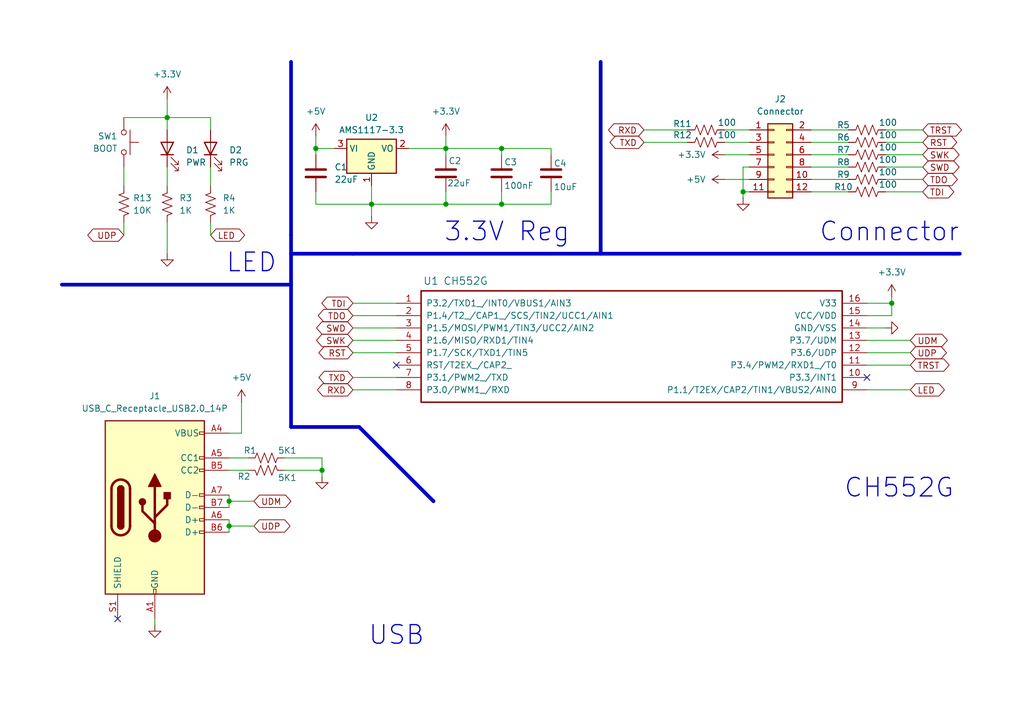
<source format=kicad_sch>
(kicad_sch (version 20231120) (generator "eeschema") (generator_version "8.0")
  (paper "A5")
  (title_block (title "Weling - WCH552 CMSIS DAP LINK") (date "2025-10-01") (rev "0") (company "Crumbs "))
  (lib_symbols
    (symbol "Connector:USB_C_Receptacle_USB2.0_14P" (pin_names (offset 1.016))
      (property "Reference" "J" (at 0 22.225 0))
      (property "Value" "USB_C_Receptacle_USB2.0_14P" (at 0 19.685 0))
      (symbol "USB_C_Receptacle_USB2.0_14P_0_0"
        (rectangle (start -0.254 -17.78) (end 0.254 -16.764))
        (rectangle (start 10.16 -4.826) (end 9.144 -5.334))
        (rectangle (start 10.16 -2.286) (end 9.144 -2.794))
        (rectangle (start 10.16 0.254) (end 9.144 -0.254))
        (rectangle (start 10.16 2.794) (end 9.144 2.286))
        (rectangle (start 10.16 7.874) (end 9.144 7.366))
        (rectangle (start 10.16 10.414) (end 9.144 9.906))
        (rectangle (start 10.16 15.494) (end 9.144 14.986))
      )
      (symbol "USB_C_Receptacle_USB2.0_14P_0_1"
        (rectangle (start -10.16 17.78) (end 10.16 -17.78) (stroke (width 0.254)) (fill (type background)))
        (arc (start -8.89 -3.81) (mid -6.985 -5.7067) (end -5.08 -3.81) (stroke (width 0.508)))
        (arc (start -7.62 -3.81) (mid -6.985 -4.4423) (end -6.35 -3.81) (stroke (width 0.254)))
        (arc (start -7.62 -3.81) (mid -6.985 -4.4423) (end -6.35 -3.81) (stroke (width 0.254)) (fill (type outline)))
        (rectangle (start -7.62 -3.81) (end -6.35 3.81) (stroke (width 0.254)) (fill (type outline)))
        (arc (start -6.35 3.81) (mid -6.985 4.4423) (end -7.62 3.81) (stroke (width 0.254)))
        (arc (start -6.35 3.81) (mid -6.985 4.4423) (end -7.62 3.81) (stroke (width 0.254)) (fill (type outline)))
        (arc (start -5.08 3.81) (mid -6.985 5.7067) (end -8.89 3.81) (stroke (width 0.508)))
        (circle (center -2.54 1.143) (radius 0.635) (stroke (width 0.254)) (fill (type outline)))
        (circle (center 0 -5.842) (radius 1.27) (fill (type outline)))
        (polyline (pts (xy -8.89 -3.81) (xy -8.89 3.81)) (stroke (width 0.508)))
        (polyline (pts (xy -5.08 3.81) (xy -5.08 -3.81)) (stroke (width 0.508)))
        (polyline (pts (xy 0 -5.842) (xy 0 4.318)) (stroke (width 0.508)))
        (polyline (pts (xy 0 -3.302) (xy -2.54 -0.762) (xy -2.54 0.508)) (stroke (width 0.508)))
        (polyline (pts (xy 0 -2.032) (xy 2.54 0.508) (xy 2.54 1.778)) (stroke (width 0.508)))
        (polyline (pts (xy -1.27 4.318) (xy 0 6.858) (xy 1.27 4.318) (xy -1.27 4.318)) (stroke (width 0.254)) (fill (type outline)))
        (rectangle (start 1.905 1.778) (end 3.175 3.048) (stroke (width 0.254)) (fill (type outline)))
      )
      (symbol "USB_C_Receptacle_USB2.0_14P_1_1"
        (pin passive line (at 0 -22.86 90) (length 5.08) (name "GND") (number "A1"))
        (pin passive line (at 0 -22.86 90) (length 5.08) hide (name "GND") (number "A12"))
        (pin passive line (at 15.24 15.24 180) (length 5.08) (name "VBUS") (number "A4"))
        (pin bidirectional line (at 15.24 10.16 180) (length 5.08) (name "CC1") (number "A5"))
        (pin bidirectional line (at 15.24 -2.54 180) (length 5.08) (name "D+") (number "A6"))
        (pin bidirectional line (at 15.24 2.54 180) (length 5.08) (name "D-") (number "A7"))
        (pin passive line (at 15.24 15.24 180) (length 5.08) hide (name "VBUS") (number "A9"))
        (pin passive line (at 0 -22.86 90) (length 5.08) hide (name "GND") (number "B1"))
        (pin passive line (at 0 -22.86 90) (length 5.08) hide (name "GND") (number "B12"))
        (pin passive line (at 15.24 15.24 180) (length 5.08) hide (name "VBUS") (number "B4"))
        (pin bidirectional line (at 15.24 7.62 180) (length 5.08) (name "CC2") (number "B5"))
        (pin bidirectional line (at 15.24 -5.08 180) (length 5.08) (name "D+") (number "B6"))
        (pin bidirectional line (at 15.24 0 180) (length 5.08) (name "D-") (number "B7"))
        (pin passive line (at 15.24 15.24 180) (length 5.08) hide (name "VBUS") (number "B9"))
        (pin passive line (at -7.62 -22.86 90) (length 5.08) (name "SHIELD") (number "S1"))
      )
    )
    (symbol "Connector_Generic:Conn_02x06_Odd_Even" (pin_names (offset 1.016) hide)
      (property "Reference" "J" (at 1.27 7.62 0))
      (property "Value" "Conn_02x06_Odd_Even" (at 1.27 -10.16 0))
      (symbol "Conn_02x06_Odd_Even_1_1"
        (rectangle (start -1.27 -7.493) (end 0 -7.747) (stroke (width 0.1524)))
        (rectangle (start -1.27 -4.953) (end 0 -5.207) (stroke (width 0.1524)))
        (rectangle (start -1.27 -2.413) (end 0 -2.667) (stroke (width 0.1524)))
        (rectangle (start -1.27 0.127) (end 0 -0.127) (stroke (width 0.1524)))
        (rectangle (start -1.27 2.667) (end 0 2.413) (stroke (width 0.1524)))
        (rectangle (start -1.27 5.207) (end 0 4.953) (stroke (width 0.1524)))
        (rectangle (start -1.27 6.35) (end 3.81 -8.89) (stroke (width 0.254)) (fill (type background)))
        (rectangle (start 3.81 -7.493) (end 2.54 -7.747) (stroke (width 0.1524)))
        (rectangle (start 3.81 -4.953) (end 2.54 -5.207) (stroke (width 0.1524)))
        (rectangle (start 3.81 -2.413) (end 2.54 -2.667) (stroke (width 0.1524)))
        (rectangle (start 3.81 0.127) (end 2.54 -0.127) (stroke (width 0.1524)))
        (rectangle (start 3.81 2.667) (end 2.54 2.413) (stroke (width 0.1524)))
        (rectangle (start 3.81 5.207) (end 2.54 4.953) (stroke (width 0.1524)))
        (pin passive line (at -5.08 5.08 0) (length 3.81) (name "Pin_1") (number "1"))
        (pin passive line (at 7.62 -5.08 180) (length 3.81) (name "Pin_10") (number "10"))
        (pin passive line (at -5.08 -7.62 0) (length 3.81) (name "Pin_11") (number "11"))
        (pin passive line (at 7.62 -7.62 180) (length 3.81) (name "Pin_12") (number "12"))
        (pin passive line (at 7.62 5.08 180) (length 3.81) (name "Pin_2") (number "2"))
        (pin passive line (at -5.08 2.54 0) (length 3.81) (name "Pin_3") (number "3"))
        (pin passive line (at 7.62 2.54 180) (length 3.81) (name "Pin_4") (number "4"))
        (pin passive line (at -5.08 0 0) (length 3.81) (name "Pin_5") (number "5"))
        (pin passive line (at 7.62 0 180) (length 3.81) (name "Pin_6") (number "6"))
        (pin passive line (at -5.08 -2.54 0) (length 3.81) (name "Pin_7") (number "7"))
        (pin passive line (at 7.62 -2.54 180) (length 3.81) (name "Pin_8") (number "8"))
        (pin passive line (at -5.08 -5.08 0) (length 3.81) (name "Pin_9") (number "9"))
      )
    )
    (symbol "Device:C" (pin_numbers hide) (pin_names (offset 0.254))
      (property "Reference" "C" (at 0.635 2.54 0))
      (property "Value" "C" (at 0.635 -2.54 0))
      (symbol "C_0_1"
        (polyline (pts (xy -2.032 -0.762) (xy 2.032 -0.762)) (stroke (width 0.508)))
        (polyline (pts (xy -2.032 0.762) (xy 2.032 0.762)) (stroke (width 0.508)))
      )
      (symbol "C_1_1"
        (pin passive line (at 0 3.81 270) (length 2.794) (name "~") (number "1"))
        (pin passive line (at 0 -3.81 90) (length 2.794) (name "~") (number "2"))
      )
    )
    (symbol "Device:LED" (pin_numbers hide) (pin_names (offset 1.016) hide)
      (property "Reference" "D" (at 0 2.54 0))
      (property "Value" "LED" (at 0 -2.54 0))
      (symbol "LED_0_1"
        (polyline (pts (xy -1.27 -1.27) (xy -1.27 1.27)) (stroke (width 0.254)))
        (polyline (pts (xy -1.27 0) (xy 1.27 0)))
        (polyline (pts (xy 1.27 -1.27) (xy 1.27 1.27) (xy -1.27 0) (xy 1.27 -1.27)) (stroke (width 0.254)))
        (polyline (pts (xy -3.048 -0.762) (xy -4.572 -2.286) (xy -3.81 -2.286) (xy -4.572 -2.286) (xy -4.572 -1.524)))
        (polyline (pts (xy -1.778 -0.762) (xy -3.302 -2.286) (xy -2.54 -2.286) (xy -3.302 -2.286) (xy -3.302 -1.524)))
      )
      (symbol "LED_1_1"
        (pin passive line (at -3.81 0 0) (length 2.54) (name "K") (number "1"))
        (pin passive line (at 3.81 0 180) (length 2.54) (name "A") (number "2"))
      )
    )
    (symbol "Device:R_US" (pin_numbers hide) (pin_names (offset 0))
      (property "Reference" "R" (at 2.54 0 90))
      (property "Value" "R_US" (at -2.54 0 90))
      (symbol "R_US_0_1"
        (polyline (pts (xy 0 -2.286) (xy 0 -2.54)))
        (polyline (pts (xy 0 2.286) (xy 0 2.54)))
        (polyline (pts (xy 0 -0.762) (xy 1.016 -1.143) (xy 0 -1.524) (xy -1.016 -1.905) (xy 0 -2.286)))
        (polyline (pts (xy 0 0.762) (xy 1.016 0.381) (xy 0 0) (xy -1.016 -0.381) (xy 0 -0.762)))
        (polyline (pts (xy 0 2.286) (xy 1.016 1.905) (xy 0 1.524) (xy -1.016 1.143) (xy 0 0.762)))
      )
      (symbol "R_US_1_1"
        (pin passive line (at 0 3.81 270) (length 1.27) (name "~") (number "1"))
        (pin passive line (at 0 -3.81 90) (length 1.27) (name "~") (number "2"))
      )
    )
    (symbol "Regulator_Linear:AMS1117-3.3"
      (property "Reference" "U" (at -3.81 3.175 0))
      (property "Value" "AMS1117-3.3" (at 0 3.175 0))
      (symbol "AMS1117-3.3_0_1"
        (rectangle (start -5.08 -5.08) (end 5.08 1.905) (stroke (width 0.254)) (fill (type background)))
      )
      (symbol "AMS1117-3.3_1_1"
        (pin power_in line (at 0 -7.62 90) (length 2.54) (name "GND") (number "1"))
        (pin power_out line (at 7.62 0 180) (length 2.54) (name "VO") (number "2"))
        (pin power_in line (at -7.62 0 0) (length 2.54) (name "VI") (number "3"))
      )
    )
    (symbol "Switch:SW_Push" (pin_numbers hide) (pin_names (offset 1.016) hide)
      (property "Reference" "SW" (at 1.27 2.54 0))
      (property "Value" "SW_Push" (at 0 -1.524 0))
      (symbol "SW_Push_0_1"
        (circle (center -2.032 0) (radius 0.508))
        (polyline (pts (xy 0 1.27) (xy 0 3.048)))
        (polyline (pts (xy 2.54 1.27) (xy -2.54 1.27)))
        (circle (center 2.032 0) (radius 0.508))
        (pin passive line (at -5.08 0 0) (length 2.54) (name "1") (number "1"))
        (pin passive line (at 5.08 0 180) (length 2.54) (name "2") (number "2"))
      )
    )
    (symbol "power:+3.3V" (power) (pin_numbers hide) (pin_names (offset 0) hide)
      (property "Value" "+3.3V" (at 0 3.556 0))
      (symbol "+3.3V_0_1"
        (polyline (pts (xy -0.762 1.27) (xy 0 2.54)))
        (polyline (pts (xy 0 0) (xy 0 2.54)))
        (polyline (pts (xy 0 2.54) (xy 0.762 1.27)))
      )
      (symbol "+3.3V_1_1"
        (pin power_in line (at 0 0 90) (length 0) (name "~") (number "1"))
      )
    )
    (symbol "power:+5V" (power) (pin_numbers hide) (pin_names (offset 0) hide)
      (property "Value" "+5V" (at 0 3.556 0))
      (symbol "+5V_0_1"
        (polyline (pts (xy -0.762 1.27) (xy 0 2.54)))
        (polyline (pts (xy 0 0) (xy 0 2.54)))
        (polyline (pts (xy 0 2.54) (xy 0.762 1.27)))
      )
      (symbol "+5V_1_1"
        (pin power_in line (at 0 0 90) (length 0) (name "~") (number "1"))
      )
    )
    (symbol "power:GND" (power) (pin_numbers hide) (pin_names (offset 0) hide)
      (property "Value" "GND" (at 0 -3.81 0))
      (symbol "GND_0_1"
        (polyline (pts (xy 0 0) (xy 0 -1.27) (xy 1.27 -1.27) (xy 0 -2.54) (xy -1.27 -1.27) (xy 0 -1.27)))
      )
      (symbol "GND_1_1"
        (pin power_in line (at 0 0 270) (length 0) (name "~") (number "1"))
      )
    )
    (symbol "wch:CH552G" (pin_names (offset 1.016))
      (property "Reference" "U" (at 5.08 6.35 0))
      (property "Value" "CH552G" (at 5.08 3.81 0))
      (symbol "CH552G_1_1"
        (rectangle (start 5.08 2.54) (end 91.44 -20.32) (stroke (width 0.3048)))
        (pin bidirectional line (at 0 0 0) (length 5.08) (name "P3.2/TXD1_/INT0/VBUS1/AIN3") (number "1"))
        (pin bidirectional line (at 96.52 -15.24 180) (length 5.08) (name "P3.3/INT1") (number "10"))
        (pin bidirectional line (at 96.52 -12.7 180) (length 5.08) (name "P3.4/PWM2/RXD1_/T0") (number "11"))
        (pin bidirectional line (at 96.52 -10.16 180) (length 5.08) (name "P3.6/UDP") (number "12"))
        (pin bidirectional line (at 96.52 -7.62 180) (length 5.08) (name "P3.7/UDM") (number "13"))
        (pin power_in line (at 96.52 -5.08 180) (length 5.08) (name "GND/VSS") (number "14"))
        (pin power_in line (at 96.52 -2.54 180) (length 5.08) (name "VCC/VDD") (number "15"))
        (pin power_in line (at 96.52 0 180) (length 5.08) (name "V33") (number "16"))
        (pin bidirectional line (at 0 -2.54 0) (length 5.08) (name "P1.4/T2_/CAP1_/SCS/TIN2/UCC1/AIN1") (number "2"))
        (pin bidirectional line (at 0 -5.08 0) (length 5.08) (name "P1.5/MOSI/PWM1/TIN3/UCC2/AIN2") (number "3"))
        (pin bidirectional line (at 0 -7.62 0) (length 5.08) (name "P1.6/MISO/RXD1/TIN4") (number "4"))
        (pin bidirectional line (at 0 -10.16 0) (length 5.08) (name "P1.7/SCK/TXD1/TIN5") (number "5"))
        (pin bidirectional line (at 0 -12.7 0) (length 5.08) (name "RST/T2EX_/CAP2_") (number "6"))
        (pin bidirectional line (at 0 -15.24 0) (length 5.08) (name "P3.1/PWM2_/TXD") (number "7"))
        (pin bidirectional line (at 0 -17.78 0) (length 5.08) (name "P3.0/PWM1_/RXD") (number "8"))
        (pin bidirectional line (at 96.52 -17.78 180) (length 5.08) (name "P1.1/T2EX/CAP2/TIN1/VBUS2/AIN0") (number "9"))
      )
    )
  )
  (junction (at 64.77 30.48))
  (junction (at 34.29 24.13))
  (junction (at 152.4 39.37))
  (junction (at 46.99 102.87))
  (junction (at 76.2 41.91))
  (junction (at 46.99 107.95))
  (junction (at 102.87 41.91))
  (junction (at 102.87 30.48))
  (junction (at 91.44 30.48))
  (junction (at 182.88 62.23))
  (junction (at 91.44 41.91))
  (junction (at 66.04 96.52))
  (no_connect (at 81.28 74.93))
  (no_connect (at 24.13 127))
  (no_connect (at 177.8 77.47))
  (wire (pts (xy 91.44 27.94) (xy 91.44 30.48)))
  (wire (pts (xy 148.59 36.83) (xy 153.67 36.83)))
  (wire (pts (xy 46.99 101.6) (xy 46.99 102.87)))
  (wire (pts (xy 91.44 41.91) (xy 102.87 41.91)))
  (wire (pts (xy 66.04 97.79) (xy 66.04 96.52)))
  (wire (pts (xy 25.4 48.26) (xy 25.4 45.72)))
  (wire (pts (xy 181.61 26.67) (xy 189.23 26.67)))
  (wire (pts (xy 46.99 107.95) (xy 46.99 109.22)))
  (wire (pts (xy 72.39 69.85) (xy 81.28 69.85)))
  (wire (pts (xy 181.61 39.37) (xy 189.23 39.37)))
  (wire (pts (xy 34.29 20.32) (xy 34.29 24.13)))
  (polyline (pts (xy 195.58 52.07) (xy 196.85 52.07)) (stroke (width 0.762)))
  (wire (pts (xy 76.2 41.91) (xy 76.2 38.1)))
  (wire (pts (xy 173.99 31.75) (xy 166.37 31.75)))
  (wire (pts (xy 148.59 31.75) (xy 153.67 31.75)))
  (wire (pts (xy 132.08 29.21) (xy 140.97 29.21)))
  (wire (pts (xy 148.59 29.21) (xy 153.67 29.21)))
  (polyline (pts (xy 59.69 12.7) (xy 59.69 48.26)) (stroke (width 0.762)))
  (wire (pts (xy 181.61 36.83) (xy 189.23 36.83)))
  (wire (pts (xy 173.99 34.29) (xy 166.37 34.29)))
  (wire (pts (xy 148.59 26.67) (xy 153.67 26.67)))
  (wire (pts (xy 91.44 30.48) (xy 102.87 30.48)))
  (wire (pts (xy 72.39 64.77) (xy 81.28 64.77)))
  (polyline (pts (xy 12.7 58.42) (xy 59.69 58.42)) (stroke (width 0.762)))
  (wire (pts (xy 177.8 62.23) (xy 182.88 62.23)))
  (wire (pts (xy 173.99 36.83) (xy 166.37 36.83)))
  (wire (pts (xy 50.8 93.98) (xy 46.99 93.98)))
  (wire (pts (xy 46.99 102.87) (xy 46.99 104.14)))
  (polyline (pts (xy 59.69 87.63) (xy 73.66 87.63)) (stroke (width 0.762)))
  (wire (pts (xy 52.07 107.95) (xy 46.99 107.95)))
  (wire (pts (xy 46.99 88.9) (xy 49.53 88.9)))
  (wire (pts (xy 102.87 30.48) (xy 113.03 30.48)))
  (polyline (pts (xy 59.69 48.26) (xy 59.69 58.42)) (stroke (width 0.762)))
  (wire (pts (xy 31.75 128.27) (xy 31.75 127)))
  (wire (pts (xy 52.07 102.87) (xy 46.99 102.87)))
  (wire (pts (xy 181.61 34.29) (xy 189.23 34.29)))
  (wire (pts (xy 72.39 77.47) (xy 81.28 77.47)))
  (wire (pts (xy 64.77 31.75) (xy 64.77 30.48)))
  (polyline (pts (xy 72.39 52.07) (xy 195.58 52.07)) (stroke (width 0.762)))
  (wire (pts (xy 64.77 27.94) (xy 64.77 30.48)))
  (wire (pts (xy 43.18 48.26) (xy 43.18 45.72)))
  (wire (pts (xy 64.77 39.37) (xy 64.77 41.91)))
  (wire (pts (xy 34.29 38.1) (xy 34.29 34.29)))
  (wire (pts (xy 186.69 72.39) (xy 177.8 72.39)))
  (wire (pts (xy 50.8 96.52) (xy 46.99 96.52)))
  (wire (pts (xy 49.53 82.55) (xy 49.53 88.9)))
  (wire (pts (xy 152.4 39.37) (xy 153.67 39.37)))
  (wire (pts (xy 91.44 39.37) (xy 91.44 41.91)))
  (wire (pts (xy 186.69 69.85) (xy 177.8 69.85)))
  (wire (pts (xy 72.39 62.23) (xy 81.28 62.23)))
  (wire (pts (xy 34.29 24.13) (xy 43.18 24.13)))
  (wire (pts (xy 186.69 80.01) (xy 177.8 80.01)))
  (wire (pts (xy 46.99 106.68) (xy 46.99 107.95)))
  (polyline (pts (xy 59.69 52.07) (xy 72.39 52.07)) (stroke (width 0.762)))
  (wire (pts (xy 186.69 74.93) (xy 177.8 74.93)))
  (polyline (pts (xy 123.19 52.07) (xy 123.19 12.7)) (stroke (width 0.762)))
  (wire (pts (xy 173.99 26.67) (xy 166.37 26.67)))
  (wire (pts (xy 76.2 41.91) (xy 91.44 41.91)))
  (wire (pts (xy 152.4 34.29) (xy 152.4 39.37)))
  (wire (pts (xy 181.61 31.75) (xy 189.23 31.75)))
  (wire (pts (xy 113.03 30.48) (xy 113.03 31.75)))
  (wire (pts (xy 58.42 93.98) (xy 66.04 93.98)))
  (wire (pts (xy 102.87 39.37) (xy 102.87 41.91)))
  (wire (pts (xy 132.08 26.67) (xy 140.97 26.67)))
  (wire (pts (xy 91.44 30.48) (xy 83.82 30.48)))
  (polyline (pts (xy 59.69 58.42) (xy 59.69 87.63)) (stroke (width 0.762)))
  (wire (pts (xy 182.88 60.96) (xy 182.88 62.23)))
  (wire (pts (xy 25.4 38.1) (xy 25.4 34.29)))
  (wire (pts (xy 91.44 31.75) (xy 91.44 30.48)))
  (wire (pts (xy 182.88 62.23) (xy 182.88 64.77)))
  (wire (pts (xy 66.04 93.98) (xy 66.04 96.52)))
  (wire (pts (xy 72.39 80.01) (xy 81.28 80.01)))
  (wire (pts (xy 43.18 38.1) (xy 43.18 34.29)))
  (wire (pts (xy 173.99 29.21) (xy 166.37 29.21)))
  (wire (pts (xy 72.39 67.31) (xy 81.28 67.31)))
  (wire (pts (xy 173.99 39.37) (xy 166.37 39.37)))
  (wire (pts (xy 43.18 24.13) (xy 43.18 26.67)))
  (wire (pts (xy 152.4 34.29) (xy 153.67 34.29)))
  (wire (pts (xy 102.87 30.48) (xy 102.87 31.75)))
  (polyline (pts (xy 73.66 87.63) (xy 88.9 102.87)) (stroke (width 0.762)))
  (wire (pts (xy 64.77 41.91) (xy 76.2 41.91)))
  (wire (pts (xy 25.4 24.13) (xy 34.29 24.13)))
  (wire (pts (xy 102.87 41.91) (xy 113.03 41.91)))
  (wire (pts (xy 34.29 24.13) (xy 34.29 26.67)))
  (wire (pts (xy 34.29 52.07) (xy 34.29 45.72)))
  (wire (pts (xy 76.2 44.45) (xy 76.2 41.91)))
  (wire (pts (xy 177.8 64.77) (xy 182.88 64.77)))
  (wire (pts (xy 181.61 29.21) (xy 189.23 29.21)))
  (wire (pts (xy 113.03 39.37) (xy 113.03 41.91)))
  (wire (pts (xy 152.4 40.64) (xy 152.4 39.37)))
  (wire (pts (xy 58.42 96.52) (xy 66.04 96.52)))
  (wire (pts (xy 64.77 30.48) (xy 68.58 30.48)))
  (wire (pts (xy 72.39 72.39) (xy 81.28 72.39)))
  (wire (pts (xy 181.61 67.31) (xy 177.8 67.31)))
  (text "3.3V Reg" (at 90.932 45.466 0) (effects (font (size 3.81 3.81) (thickness 0.254) (bold yes)) (justify left top)))
  (text "LED" (at 46.228 51.816 0) (effects (font (size 3.81 3.81) (thickness 0.254) (bold yes)) (justify left top)))
  (text "USB" (at 75.438 128.27 0) (effects (font (size 3.81 3.81) (thickness 0.254) (bold yes)) (justify left top)))
  (text "Connector" (at 167.894 45.466 0) (effects (font (size 3.81 3.81) (thickness 0.254) (bold yes)) (justify left top)))
  (text "CH552G" (at 172.974 98.044 0) (effects (font (size 3.81 3.81) (thickness 0.254) (bold yes)) (justify left top)))
  (global_label "UDP" (shape bidirectional) (at 25.4 48.26 180) (property "Intersheetrefs" "${INTERSHEET_REFS}" (effects (hide yes))))
  (global_label "LED" (shape bidirectional) (at 43.18 48.26 0) (property "Intersheetrefs" "${INTERSHEET_REFS}" (effects (hide yes))))
  (global_label "UDP" (shape bidirectional) (at 52.07 107.95 0) (property "Intersheetrefs" "${INTERSHEET_REFS}" (effects (hide yes))))
  (global_label "TXD" (shape bidirectional) (at 132.08 29.21 180) (property "Intersheetrefs" "${INTERSHEET_REFS}" (effects (hide yes))))
  (global_label "TXD" (shape bidirectional) (at 72.39 77.47 180) (property "Intersheetrefs" "${INTERSHEET_REFS}" (effects (hide yes))))
  (global_label "TDI" (shape bidirectional) (at 72.39 62.23 180) (property "Intersheetrefs" "${INTERSHEET_REFS}" (effects (hide yes))))
  (global_label "UDP" (shape bidirectional) (at 186.69 72.39 0) (property "Intersheetrefs" "${INTERSHEET_REFS}" (effects (hide yes))))
  (global_label "SWK" (shape bidirectional) (at 189.23 31.75 0) (property "Intersheetrefs" "${INTERSHEET_REFS}" (effects (hide yes))))
  (global_label "TRST" (shape bidirectional) (at 186.69 74.93 0) (property "Intersheetrefs" "${INTERSHEET_REFS}" (effects (hide yes))))
  (global_label "RXD" (shape bidirectional) (at 132.08 26.67 180) (property "Intersheetrefs" "${INTERSHEET_REFS}" (effects (hide yes))))
  (global_label "UDM" (shape bidirectional) (at 52.07 102.87 0) (property "Intersheetrefs" "${INTERSHEET_REFS}" (effects (hide yes))))
  (global_label "SWD" (shape bidirectional) (at 72.39 67.31 180) (property "Intersheetrefs" "${INTERSHEET_REFS}" (effects (hide yes))))
  (global_label "RST" (shape bidirectional) (at 189.23 29.21 0) (property "Intersheetrefs" "${INTERSHEET_REFS}" (effects (hide yes))))
  (global_label "RST" (shape bidirectional) (at 72.39 72.39 180) (property "Intersheetrefs" "${INTERSHEET_REFS}" (effects (hide yes))))
  (global_label "TRST" (shape bidirectional) (at 189.23 26.67 0) (property "Intersheetrefs" "${INTERSHEET_REFS}" (effects (hide yes))))
  (global_label "SWD" (shape bidirectional) (at 189.23 34.29 0) (property "Intersheetrefs" "${INTERSHEET_REFS}" (effects (hide yes))))
  (global_label "TDI" (shape bidirectional) (at 189.23 39.37 0) (property "Intersheetrefs" "${INTERSHEET_REFS}" (effects (hide yes))))
  (global_label "SWK" (shape bidirectional) (at 72.39 69.85 180) (property "Intersheetrefs" "${INTERSHEET_REFS}" (effects (hide yes))))
  (global_label "TDO" (shape bidirectional) (at 72.39 64.77 180) (property "Intersheetrefs" "${INTERSHEET_REFS}" (effects (hide yes))))
  (global_label "LED" (shape bidirectional) (at 186.69 80.01 0) (property "Intersheetrefs" "${INTERSHEET_REFS}" (effects (hide yes))))
  (global_label "RXD" (shape bidirectional) (at 72.39 80.01 180) (property "Intersheetrefs" "${INTERSHEET_REFS}" (effects (hide yes))))
  (global_label "UDM" (shape bidirectional) (at 186.69 69.85 0) (property "Intersheetrefs" "${INTERSHEET_REFS}" (effects (hide yes))))
  (global_label "TDO" (shape bidirectional) (at 189.23 36.83 0) (property "Intersheetrefs" "${INTERSHEET_REFS}" (effects (hide yes))))
  (symbol (lib_id "Switch:SW_Push") (at 25.4 29.21 270) (mirror x) (unit 1)
    (property "Reference" "SW1" (at 24.13 27.9399 90) (effects (justify right)))
    (property "Value" "BOOT" (at 24.13 30.4799 90) (effects (justify right)))
    (property "Footprint" "Button_Switch_SMD:SW_Push_1P1T_NO_6x6mm_H9.5mm" (effects (hide yes)))
    (property "Description" "Push button switch, generic, two pins" (effects (hide yes)))
  )
  (symbol (lib_id "power:GND") (at 152.4 40.64 0) (unit 1)
    (property "Reference" "#PWR010" (effects (hide yes)))
    (property "Value" "GND" (effects (hide yes)))
    (property "Description" "Power symbol creates a global label with name \"GND\" , ground" (effects (hide yes)))
  )
  (symbol (lib_id "Device:R_US") (at 144.78 26.67 90) (unit 1)
    (property "Reference" "R11" (at 139.954 25.4 90))
    (property "Value" "100" (at 149.098 25.146 90))
    (property "Footprint" "Resistor_SMD:R_0805_2012Metric_Pad1.20x1.40mm_HandSolder" (effects (hide yes)))
    (property "Description" "Resistor, US symbol" (effects (hide yes)))
  )
  (symbol (lib_id "Connector_Generic:Conn_02x06_Odd_Even") (at 158.75 31.75 0) (unit 1)
    (property "Reference" "J2" (at 160.02 20.32 0))
    (property "Value" "Connector" (at 160.02 22.86 0))
    (property "Footprint" "Connector_IDC:IDC-Header_2x06_P2.54mm_Vertical" (effects (hide yes)))
    (property "Description" "Generic connector, double row, 02x06, odd/even pin numbering scheme (row 1 odd numbers, row 2 even numbers), script generated (kicad-library-utils/schlib/autogen/connector/)" (effects (hide yes)))
  )
  (symbol (lib_id "power:GND") (at 66.04 97.79 0) (unit 1)
    (property "Reference" "#PWR013" (effects (hide yes)))
    (property "Value" "GND" (effects (hide yes)))
    (property "Description" "Power symbol creates a global label with name \"GND\" , ground" (effects (hide yes)))
  )
  (symbol (lib_id "power:+5V") (at 148.59 36.83 90) (unit 1)
    (property "Reference" "#PWR011" (effects (hide yes)))
    (property "Value" "+5V" (at 144.78 36.8299 90) (effects (justify left)))
    (property "Description" "Power symbol creates a global label with name \"+5V\"" (effects (hide yes)))
  )
  (symbol (lib_id "Device:R_US") (at 144.78 29.21 90) (unit 1)
    (property "Reference" "R12" (at 139.954 27.686 90))
    (property "Value" "100" (at 149.098 27.686 90))
    (property "Footprint" "Resistor_SMD:R_0805_2012Metric_Pad1.20x1.40mm_HandSolder" (effects (hide yes)))
    (property "Description" "Resistor, US symbol" (effects (hide yes)))
  )
  (symbol (lib_id "Device:LED") (at 34.29 30.48 90) (unit 1)
    (property "Reference" "D1" (at 38.1 30.7974 90) (effects (justify right)))
    (property "Value" "PWR" (at 38.1 33.3374 90) (effects (justify right)))
    (property "Footprint" "LED_SMD:LED_1206_3216Metric_Pad1.42x1.75mm_HandSolder" (effects (hide yes)))
    (property "Description" "Light emitting diode" (effects (hide yes)))
  )
  (symbol (lib_id "Device:R_US") (at 25.4 41.91 0) (mirror x) (unit 1)
    (property "Reference" "R13" (at 29.21 40.64 0))
    (property "Value" "10K" (at 29.21 43.18 0))
    (property "Footprint" "Resistor_SMD:R_0805_2012Metric_Pad1.20x1.40mm_HandSolder" (effects (hide yes)))
    (property "Description" "Resistor, US symbol" (effects (hide yes)))
  )
  (symbol (lib_id "power:GND") (at 76.2 44.45 0) (unit 1)
    (property "Reference" "#PWR04" (effects (hide yes)))
    (property "Value" "GND" (effects (hide yes)))
    (property "Description" "Power symbol creates a global label with name \"GND\" , ground" (effects (hide yes)))
  )
  (symbol (lib_id "power:+3.3V") (at 148.59 31.75 90) (unit 1)
    (property "Reference" "#PWR012" (effects (hide yes)))
    (property "Value" "+3.3V" (at 144.78 31.7499 90) (effects (justify left)))
    (property "Description" "Power symbol creates a global label with name \"+3.3V\"" (effects (hide yes)))
  )
  (symbol (lib_id "Device:C") (at 64.77 35.56 0) (unit 1)
    (property "Reference" "C1" (at 68.58 34.2899 0) (effects (justify left)))
    (property "Value" "22uF" (at 68.58 36.8299 0) (effects (justify left)))
    (property "Footprint" "Capacitor_SMD:C_0805_2012Metric_Pad1.18x1.45mm_HandSolder" (effects (hide yes)))
    (property "Description" "Unpolarized capacitor" (effects (hide yes)))
  )
  (symbol (lib_id "Device:R_US") (at 54.61 96.52 90) (mirror x) (unit 1)
    (property "Reference" "R2" (at 50.038 97.79 90))
    (property "Value" "5K1" (at 58.928 98.044 90))
    (property "Footprint" "Resistor_SMD:R_0805_2012Metric_Pad1.20x1.40mm_HandSolder" (effects (hide yes)))
    (property "Description" "Resistor, US symbol" (effects (hide yes)))
  )
  (symbol (lib_id "Device:R_US") (at 54.61 93.98 90) (unit 1)
    (property "Reference" "R1" (at 51.308 92.456 90))
    (property "Value" "5K1" (at 58.928 92.456 90))
    (property "Footprint" "Resistor_SMD:R_0805_2012Metric_Pad1.20x1.40mm_HandSolder" (effects (hide yes)))
    (property "Description" "Resistor, US symbol" (effects (hide yes)))
  )
  (symbol (lib_id "Device:R_US") (at 177.8 29.21 90) (unit 1)
    (property "Reference" "R6" (at 172.974 28.194 90))
    (property "Value" "100" (at 182.118 27.686 90))
    (property "Footprint" "Resistor_SMD:R_0805_2012Metric_Pad1.20x1.40mm_HandSolder" (effects (hide yes)))
    (property "Description" "Resistor, US symbol" (effects (hide yes)))
  )
  (symbol (lib_id "power:GND") (at 31.75 128.27 0) (unit 1)
    (property "Reference" "#PWR03" (effects (hide yes)))
    (property "Value" "GND" (effects (hide yes)))
    (property "Description" "Power symbol creates a global label with name \"GND\" , ground" (effects (hide yes)))
  )
  (symbol (lib_id "Device:R_US") (at 177.8 31.75 90) (unit 1)
    (property "Reference" "R7" (at 172.974 30.734 90))
    (property "Value" "100" (at 182.118 30.226 90))
    (property "Footprint" "Resistor_SMD:R_0805_2012Metric_Pad1.20x1.40mm_HandSolder" (effects (hide yes)))
    (property "Description" "Resistor, US symbol" (effects (hide yes)))
  )
  (symbol (lib_id "power:GND") (at 181.61 67.31 90) (unit 1)
    (property "Reference" "#PWR07" (effects (hide yes)))
    (property "Value" "GND" (effects (hide yes)))
    (property "Description" "Power symbol creates a global label with name \"GND\" , ground" (effects (hide yes)))
  )
  (symbol (lib_id "Device:LED") (at 43.18 30.48 90) (unit 1)
    (property "Reference" "D2" (at 46.99 30.7974 90) (effects (justify right)))
    (property "Value" "PRG" (at 46.99 33.3374 90) (effects (justify right)))
    (property "Footprint" "LED_SMD:LED_1206_3216Metric_Pad1.42x1.75mm_HandSolder" (effects (hide yes)))
    (property "Description" "Light emitting diode" (effects (hide yes)))
  )
  (symbol (lib_id "Device:C") (at 91.44 35.56 0) (unit 1)
    (property "Reference" "C2" (at 91.948 33.02 0) (effects (justify left)))
    (property "Value" "22uF" (at 91.694 37.592 0) (effects (justify left)))
    (property "Footprint" "Capacitor_SMD:C_0805_2012Metric_Pad1.18x1.45mm_HandSolder" (effects (hide yes)))
    (property "Description" "Unpolarized capacitor" (effects (hide yes)))
  )
  (symbol (lib_id "Device:R_US") (at 177.8 36.83 90) (unit 1)
    (property "Reference" "R9" (at 172.974 35.814 90))
    (property "Value" "100" (at 182.118 35.306 90))
    (property "Footprint" "Resistor_SMD:R_0805_2012Metric_Pad1.20x1.40mm_HandSolder" (effects (hide yes)))
    (property "Description" "Resistor, US symbol" (effects (hide yes)))
  )
  (symbol (lib_id "power:+3.3V") (at 34.29 20.32 0) (unit 1)
    (property "Reference" "#PWR09" (effects (hide yes)))
    (property "Value" "+3.3V" (at 34.29 15.24 0))
    (property "Description" "Power symbol creates a global label with name \"+3.3V\"" (effects (hide yes)))
  )
  (symbol (lib_id "power:+3.3V") (at 91.44 27.94 0) (unit 1)
    (property "Reference" "#PWR01" (effects (hide yes)))
    (property "Value" "+3.3V" (at 91.44 22.86 0))
    (property "Description" "Power symbol creates a global label with name \"+3.3V\"" (effects (hide yes)))
  )
  (symbol (lib_id "wch:CH552G") (at 81.28 62.23 0) (unit 1)
    (property "Reference" "U1" (at 88.392 57.658 0) (effects (font (size 1.524 1.524))))
    (property "Value" "CH552G" (at 95.504 57.658 0) (effects (font (size 1.524 1.524))))
    (property "Footprint" "Package_SO:STC_SOP-16_3.9x9.9mm_P1.27mm" (effects (hide yes)))
    (property "Datasheet" "http://www.wch.cn/downloads/file/241.html" (effects (hide yes)))
  )
  (symbol (lib_id "Device:R_US") (at 43.18 41.91 0) (mirror x) (unit 1)
    (property "Reference" "R4" (at 46.99 40.64 0))
    (property "Value" "1K" (at 46.99 43.18 0))
    (property "Footprint" "Resistor_SMD:R_0805_2012Metric_Pad1.20x1.40mm_HandSolder" (effects (hide yes)))
    (property "Description" "Resistor, US symbol" (effects (hide yes)))
  )
  (symbol (lib_id "Device:C") (at 113.03 35.56 0) (unit 1)
    (property "Reference" "C4" (at 113.538 33.528 0) (effects (justify left)))
    (property "Value" "10uF" (at 113.538 38.354 0) (effects (justify left)))
    (property "Footprint" "Capacitor_SMD:C_0805_2012Metric_Pad1.18x1.45mm_HandSolder" (effects (hide yes)))
    (property "Description" "Unpolarized capacitor" (effects (hide yes)))
  )
  (symbol (lib_id "Regulator_Linear:AMS1117-3.3") (at 76.2 30.48 0) (unit 1)
    (property "Reference" "U2" (at 76.2 24.13 0))
    (property "Value" "AMS1117-3.3" (at 76.2 26.67 0))
    (property "Footprint" "Package_TO_SOT_SMD:SOT-223-3_TabPin2" (effects (hide yes)))
    (property "Datasheet" "http://www.advanced-monolithic.com/pdf/ds1117.pdf" (effects (hide yes)))
    (property "Description" "1A Low Dropout regulator, positive, 3.3V fixed output, SOT-223" (effects (hide yes)))
  )
  (symbol (lib_id "power:+5V") (at 64.77 27.94 0) (unit 1)
    (property "Reference" "#PWR05" (effects (hide yes)))
    (property "Value" "+5V" (at 64.77 22.86 0))
    (property "Description" "Power symbol creates a global label with name \"+5V\"" (effects (hide yes)))
  )
  (symbol (lib_id "Device:R_US") (at 177.8 26.67 90) (unit 1)
    (property "Reference" "R5" (at 172.974 25.654 90))
    (property "Value" "100" (at 182.118 25.146 90))
    (property "Footprint" "Resistor_SMD:R_0805_2012Metric_Pad1.20x1.40mm_HandSolder" (effects (hide yes)))
    (property "Description" "Resistor, US symbol" (effects (hide yes)))
  )
  (symbol (lib_id "power:+3.3V") (at 182.88 60.96 0) (unit 1)
    (property "Reference" "#PWR06" (effects (hide yes)))
    (property "Value" "+3.3V" (at 182.88 55.88 0))
    (property "Description" "Power symbol creates a global label with name \"+3.3V\"" (effects (hide yes)))
  )
  (symbol (lib_id "Device:R_US") (at 177.8 39.37 90) (unit 1)
    (property "Reference" "R10" (at 172.974 38.354 90))
    (property "Value" "100" (at 182.118 37.846 90))
    (property "Footprint" "Resistor_SMD:R_0805_2012Metric_Pad1.20x1.40mm_HandSolder" (effects (hide yes)))
    (property "Description" "Resistor, US symbol" (effects (hide yes)))
  )
  (symbol (lib_id "Device:R_US") (at 34.29 41.91 0) (mirror x) (unit 1)
    (property "Reference" "R3" (at 38.1 40.64 0))
    (property "Value" "1K" (at 38.1 43.18 0))
    (property "Footprint" "Resistor_SMD:R_0805_2012Metric_Pad1.20x1.40mm_HandSolder" (effects (hide yes)))
    (property "Description" "Resistor, US symbol" (effects (hide yes)))
  )
  (symbol (lib_id "Connector:USB_C_Receptacle_USB2.0_14P") (at 31.75 104.14 0) (unit 1)
    (property "Reference" "J1" (at 31.75 81.28 0))
    (property "Value" "USB_C_Receptacle_USB2.0_14P" (at 31.75 83.82 0))
    (property "Footprint" "Connector_USB:USB_C_Receptacle_GCT_USB4110" (effects (hide yes)))
    (property "Datasheet" "https://www.usb.org/sites/default/files/documents/usb_type-c.zip" (effects (hide yes)))
    (property "Description" "USB 2.0-only 14P Type-C Receptacle connector" (effects (hide yes)))
  )
  (symbol (lib_id "power:+5V") (at 49.53 82.55 0) (unit 1)
    (property "Reference" "#PWR02" (effects (hide yes)))
    (property "Value" "+5V" (at 49.53 77.47 0))
    (property "Description" "Power symbol creates a global label with name \"+5V\"" (effects (hide yes)))
  )
  (symbol (lib_id "power:GND") (at 34.29 52.07 0) (unit 1)
    (property "Reference" "#PWR08" (effects (hide yes)))
    (property "Value" "GND" (effects (hide yes)))
    (property "Description" "Power symbol creates a global label with name \"GND\" , ground" (effects (hide yes)))
  )
  (symbol (lib_id "Device:R_US") (at 177.8 34.29 90) (unit 1)
    (property "Reference" "R8" (at 172.974 33.274 90))
    (property "Value" "100" (at 182.118 32.766 90))
    (property "Footprint" "Resistor_SMD:R_0805_2012Metric_Pad1.20x1.40mm_HandSolder" (effects (hide yes)))
    (property "Description" "Resistor, US symbol" (effects (hide yes)))
  )
  (symbol (lib_id "Device:C") (at 102.87 35.56 0) (unit 1)
    (property "Reference" "C3" (at 103.378 33.274 0) (effects (justify left)))
    (property "Value" "100nF" (at 103.378 38.1 0) (effects (justify left)))
    (property "Footprint" "Capacitor_SMD:C_0805_2012Metric_Pad1.18x1.45mm_HandSolder" (effects (hide yes)))
    (property "Description" "Unpolarized capacitor" (effects (hide yes)))
  )
)
</source>
